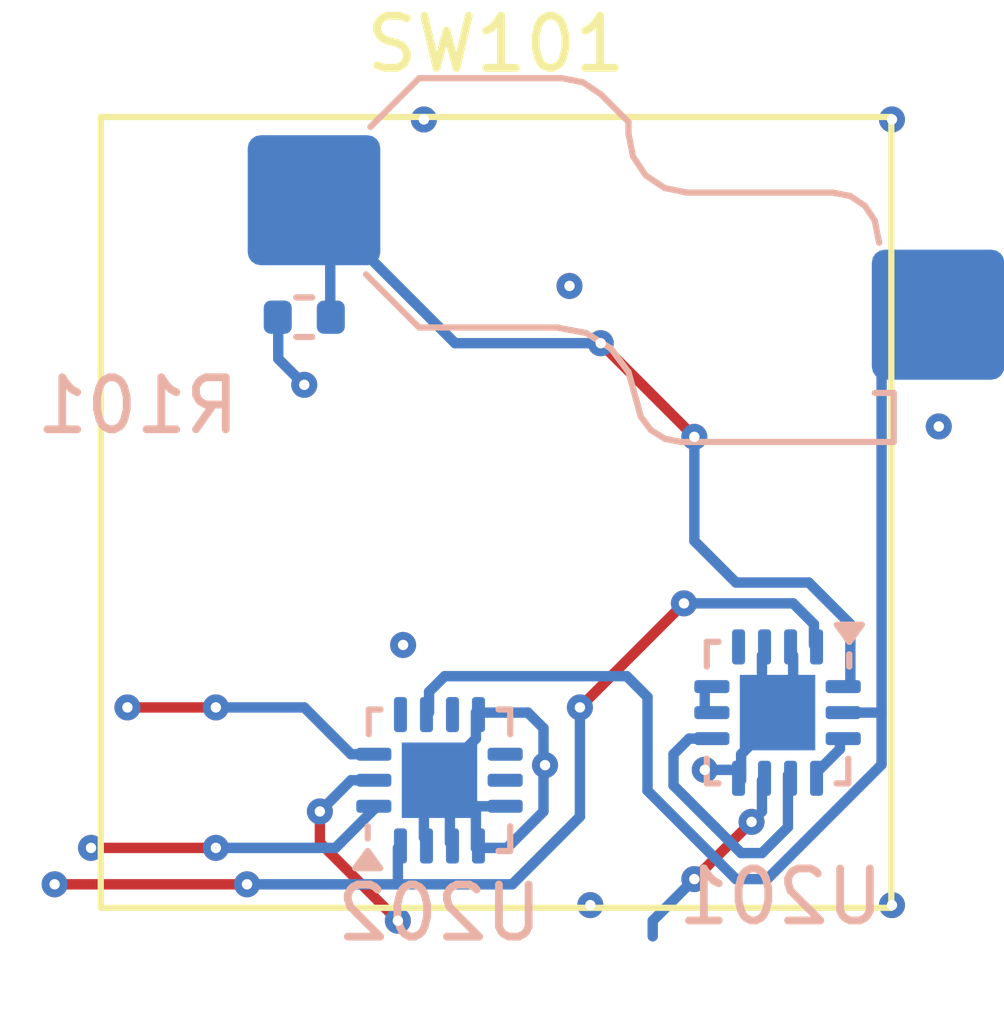
<source format=kicad_pcb>
(kicad_pcb (version 20240108) (generator "pcbnew") (generator_version "8.0")
  (layers (0 "F.Cu" signal) (31 "B.Cu" signal) (34 "B.Paste" user) (35 "F.Paste" user) (36 "B.SilkS" user "B.Silkscreen") (37 "F.SilkS" user "F.Silkscreen") (38 "B.Mask" user) (39 "F.Mask" user) (44 "Edge.Cuts" user))
  (net 0 "")
  (net 1 "/GND")
  (net 2 "/Out")
  (net 3 "/Reset")
  (net 4 "/CLK")
  (net 5 "/SelectorDaisy/In")
  (net 6 "/Select")
  (net 7 "/Select+")
  (net 8 "/~{Init}")
  (net 9 "/Out+")
  (net 10 "Net-(U201-Pad3)")
  (net 11 "Net-(U201-Pad5)")
  (net 13 "/Vcc")
  (footprint "PCM_Switch_Keyboard_Hotswap_Kailh:SW_Hotswap_Kailh_Choc_V1V2_1.00u" (layer "F.Cu") (at 141.7875 91.652)
    (property "Reference" "SW101" (at 0 -9 0) (layer "F.SilkS"))
    (property "Value" "SW_Push")
    (fp_line (start -2.416 -7.409) (end -1.479 -8.346) (stroke (width 0.12)) (layer "B.SilkS"))
    (fp_line (start -1.479 -8.346) (end 1.268 -8.346) (stroke (width 0.12)) (layer "B.SilkS"))
    (fp_line (start -1.479 -3.554) (end -2.5 -4.575) (stroke (width 0.12)) (layer "B.SilkS"))
    (fp_line (start 1.168 -3.554) (end -1.479 -3.554) (stroke (width 0.12)) (layer "B.SilkS"))
    (fp_line (start 1.268 -8.346) (end 1.671 -8.266) (stroke (width 0.12)) (layer "B.SilkS"))
    (fp_line (start 1.671 -8.266) (end 2.013 -8.037) (stroke (width 0.12)) (layer "B.SilkS"))
    (fp_line (start 1.73 -3.449) (end 1.168 -3.554) (stroke (width 0.12)) (layer "B.SilkS"))
    (fp_line (start 2.013 -8.037) (end 2.546 -7.504) (stroke (width 0.12)) (layer "B.SilkS"))
    (fp_line (start 2.209 -3.15) (end 1.73 -3.449) (stroke (width 0.12)) (layer "B.SilkS"))
    (fp_line (start 2.546 -7.504) (end 2.546 -7.282) (stroke (width 0.12)) (layer "B.SilkS"))
    (fp_line (start 2.546 -7.282) (end 2.633 -6.844) (stroke (width 0.12)) (layer "B.SilkS"))
    (fp_line (start 2.547 -2.697) (end 2.209 -3.15) (stroke (width 0.12)) (layer "B.SilkS"))
    (fp_line (start 2.633 -6.844) (end 2.877 -6.477) (stroke (width 0.12)) (layer "B.SilkS"))
    (fp_line (start 2.701 -2.139) (end 2.547 -2.697) (stroke (width 0.12)) (layer "B.SilkS"))
    (fp_line (start 2.783 -1.841) (end 2.701 -2.139) (stroke (width 0.12)) (layer "B.SilkS"))
    (fp_line (start 2.877 -6.477) (end 3.244 -6.233) (stroke (width 0.12)) (layer "B.SilkS"))
    (fp_line (start 2.976 -1.583) (end 2.783 -1.841) (stroke (width 0.12)) (layer "B.SilkS"))
    (fp_line (start 3.244 -6.233) (end 3.682 -6.146) (stroke (width 0.12)) (layer "B.SilkS"))
    (fp_line (start 3.25 -1.413) (end 2.976 -1.583) (stroke (width 0.12)) (layer "B.SilkS"))
    (fp_line (start 3.56 -1.354) (end 3.25 -1.413) (stroke (width 0.12)) (layer "B.SilkS"))
    (fp_line (start 3.682 -6.146) (end 6.482 -6.146) (stroke (width 0.12)) (layer "B.SilkS"))
    (fp_line (start 6.482 -6.146) (end 6.809 -6.081) (stroke (width 0.12)) (layer "B.SilkS"))
    (fp_line (start 6.809 -6.081) (end 7.092 -5.892) (stroke (width 0.12)) (layer "B.SilkS"))
    (fp_line (start 7.092 -5.892) (end 7.281 -5.609) (stroke (width 0.12)) (layer "B.SilkS"))
    (fp_line (start 7.281 -5.609) (end 7.366 -5.182) (stroke (width 0.12)) (layer "B.SilkS"))
    (fp_line (start 7.283 -2.296) (end 7.646 -2.296) (stroke (width 0.12)) (layer "B.SilkS"))
    (fp_line (start 7.646 -2.296) (end 7.646 -1.354) (stroke (width 0.12)) (layer "B.SilkS"))
    (fp_line (start 7.646 -1.354) (end 3.56 -1.354) (stroke (width 0.12)) (layer "B.SilkS"))
    (fp_line (start -7.6 -7.6) (end -7.6 7.6) (stroke (width 0.12)) (layer "F.SilkS"))
    (fp_line (start -7.6 7.6) (end 7.6 7.6) (stroke (width 0.12)) (layer "F.SilkS"))
    (fp_line (start 7.6 -7.6) (end -7.6 -7.6) (stroke (width 0.12)) (layer "F.SilkS"))
    (fp_line (start 7.6 7.6) (end 7.6 -7.6) (stroke (width 0.12)) (layer "F.SilkS"))
    (pad "" np_thru_hole circle (at -5.5 0) (size 1.9 1.9) (drill 1.9) (layers "*.Cu" "*.Mask"))
    (pad "" np_thru_hole circle (at -5 5.15) (size 1.6 1.6) (drill 1.6) (layers "*.Cu" "*.Mask"))
    (pad "" np_thru_hole circle (at 0 -5.9) (size 3.05 3.05) (drill 3.05) (layers "*.Cu" "*.Mask"))
    (pad "" np_thru_hole circle (at 0 0) (size 5.05 5.05) (drill 5.05) (layers "*.Cu" "*.Mask"))
    (pad "" np_thru_hole circle (at 5 -3.8) (size 3.05 3.05) (drill 3.05) (layers "*.Cu" "*.Mask"))
    (pad "" np_thru_hole circle (at 5.5 0) (size 1.9 1.9) (drill 1.9) (layers "*.Cu" "*.Mask"))
    (pad "1" smd roundrect (at -3.5 -6) (size 2.55 2.5) (layers "B.Cu" "B.Paste" "B.Mask") (roundrect_rratio 0.1) (net 5 "/SelectorDaisy/In"))
    (pad "2" smd roundrect (at 8.5 -3.8) (size 2.55 2.5) (layers "B.Cu" "B.Paste" "B.Mask") (roundrect_rratio 0.1) (net 7 "/Select+"))
  )
  (footprint "Package_DFN_QFN:WQFN-14-1EP_2.5x2.5mm_P0.5mm_EP1.45x1.45mm" (layer "B.Cu") (at 140.7 96.8)
    (property "Reference" "U202" (at 0 2.55 0) (layer "B.SilkS") (effects (justify mirror)))
    (property "Value" "74HC74")
    (fp_line (start -1.38 1.12) (end -1.38 0.885) (stroke (width 0.12)) (layer "B.SilkS"))
    (fp_line (start -1.36 -1.36) (end -1.135 -1.36) (stroke (width 0.12)) (layer "B.SilkS"))
    (fp_line (start -1.36 -0.885) (end -1.36 -1.36) (stroke (width 0.12)) (layer "B.SilkS"))
    (fp_line (start 1.36 -1.36) (end 1.135 -1.36) (stroke (width 0.12)) (layer "B.SilkS"))
    (fp_line (start 1.36 -0.885) (end 1.36 -1.36) (stroke (width 0.12)) (layer "B.SilkS"))
    (fp_line (start 1.36 0.885) (end 1.36 1.36) (stroke (width 0.12)) (layer "B.SilkS"))
    (fp_line (start 1.36 1.36) (end 1.135 1.36) (stroke (width 0.12)) (layer "B.SilkS"))
    (fp_poly (pts (xy -1.38 1.36) (xy -1.62 1.69) (xy -1.14 1.69) (xy -1.38 1.36)) (stroke (width 0.12)) (fill solid) (layer "B.SilkS"))
    (pad "1" smd roundrect (at -1.2625 0.5) (size 0.675 0.25) (layers "B.Cu" "B.Paste" "B.Mask") (net 3 "/Reset"))
    (pad "2" smd roundrect (at -1.2625 0) (size 0.675 0.25) (layers "B.Cu" "B.Paste" "B.Mask") (net 6 "/Select"))
    (pad "3" smd roundrect (at -1.2625 -0.5) (size 0.675 0.25) (layers "B.Cu" "B.Paste" "B.Mask") (net 4 "/CLK"))
    (pad "4" smd roundrect (at -0.75 -1.2625) (size 0.25 0.675) (layers "B.Cu" "B.Paste" "B.Mask") (net 8 "/~{Init}"))
    (pad "5" smd roundrect (at -0.25 -1.2625) (size 0.25 0.675) (layers "B.Cu" "B.Paste" "B.Mask") (net 7 "/Select+"))
    (pad "6" smd roundrect (at 0.25 -1.2625) (size 0.25 0.675) (layers "B.Cu" "B.Paste" "B.Mask"))
    (pad "7" smd roundrect (at 0.75 -1.2625) (size 0.25 0.675) (layers "B.Cu" "B.Paste" "B.Mask") (net 1 "/GND"))
    (pad "8" smd roundrect (at 1.2625 -0.5) (size 0.675 0.25) (layers "B.Cu" "B.Paste" "B.Mask"))
    (pad "9" smd roundrect (at 1.2625 0) (size 0.675 0.25) (layers "B.Cu" "B.Paste" "B.Mask"))
    (pad "10" smd roundrect (at 1.2625 0.5) (size 0.675 0.25) (layers "B.Cu" "B.Paste" "B.Mask") (net 1 "/GND"))
    (pad "11" smd roundrect (at 0.75 1.2625) (size 0.25 0.675) (layers "B.Cu" "B.Paste" "B.Mask") (net 1 "/GND"))
    (pad "12" smd roundrect (at 0.25 1.2625) (size 0.25 0.675) (layers "B.Cu" "B.Paste" "B.Mask") (net 1 "/GND"))
    (pad "13" smd roundrect (at -0.25 1.2625) (size 0.25 0.675) (layers "B.Cu" "B.Paste" "B.Mask") (net 1 "/GND"))
    (pad "14" smd roundrect (at -0.75 1.2625) (size 0.25 0.675) (layers "B.Cu" "B.Paste" "B.Mask") (net 13 "/Vcc"))
    (pad "15" smd rect (at 0 0) (size 1.45 1.45) (property pad_prop_heatsink) (layers "B.Cu" "B.Mask") (net 1 "/GND"))
  )
  (footprint "Package_DFN_QFN:WQFN-14-1EP_2.5x2.5mm_P0.5mm_EP1.45x1.45mm" (layer "B.Cu") (at 147.2 95.5 180)
    (property "Reference" "U201" (at -0.06 -3.54 0) (layer "B.SilkS") (effects (justify mirror)))
    (property "Value" "74HC00")
    (fp_line (start 1.36 1.36) (end 1.135 1.36) (stroke (width 0.12)) (layer "B.SilkS"))
    (fp_line (start 1.36 0.885) (end 1.36 1.36) (stroke (width 0.12)) (layer "B.SilkS"))
    (fp_line (start 1.36 -0.885) (end 1.36 -1.36) (stroke (width 0.12)) (layer "B.SilkS"))
    (fp_line (start 1.36 -1.36) (end 1.135 -1.36) (stroke (width 0.12)) (layer "B.SilkS"))
    (fp_line (start -1.36 -0.885) (end -1.36 -1.36) (stroke (width 0.12)) (layer "B.SilkS"))
    (fp_line (start -1.36 -1.36) (end -1.135 -1.36) (stroke (width 0.12)) (layer "B.SilkS"))
    (fp_line (start -1.38 1.12) (end -1.38 0.885) (stroke (width 0.12)) (layer "B.SilkS"))
    (fp_poly (pts (xy -1.38 1.36) (xy -1.62 1.69) (xy -1.14 1.69) (xy -1.38 1.36)) (stroke (width 0.12)) (fill solid) (layer "B.SilkS"))
    (pad "1" smd roundrect (at -1.2625 0.5 180) (size 0.675 0.25) (layers "B.Cu" "B.Paste" "B.Mask") (net 5 "/SelectorDaisy/In"))
    (pad "2" smd roundrect (at -1.2625 0 180) (size 0.675 0.25) (layers "B.Cu" "B.Paste" "B.Mask") (net 7 "/Select+"))
    (pad "3" smd roundrect (at -1.2625 -0.5 180) (size 0.675 0.25) (layers "B.Cu" "B.Paste" "B.Mask") (net 10 "Net-(U201-Pad3)"))
    (pad "4" smd roundrect (at -0.75 -1.2625 180) (size 0.25 0.675) (layers "B.Cu" "B.Paste" "B.Mask") (net 10 "Net-(U201-Pad3)"))
    (pad "5" smd roundrect (at -0.25 -1.2625 180) (size 0.25 0.675) (layers "B.Cu" "B.Paste" "B.Mask") (net 11 "Net-(U201-Pad5)"))
    (pad "6" smd roundrect (at 0.25 -1.2625 180) (size 0.25 0.675) (layers "B.Cu" "B.Paste" "B.Mask") (net 2 "/Out"))
    (pad "7" smd roundrect (at 0.75 -1.2625 180) (size 0.25 0.675) (layers "B.Cu" "B.Paste" "B.Mask") (net 1 "/GND"))
    (pad "8" smd roundrect (at 1.2625 -0.5 180) (size 0.675 0.25) (layers "B.Cu" "B.Paste" "B.Mask") (net 11 "Net-(U201-Pad5)"))
    (pad "9" smd roundrect (at 1.2625 0 180) (size 0.675 0.25) (layers "B.Cu" "B.Paste" "B.Mask") (net 9 "/Out+"))
    (pad "10" smd roundrect (at 1.2625 0.5 180) (size 0.675 0.25) (layers "B.Cu" "B.Paste" "B.Mask") (net 9 "/Out+"))
    (pad "11" smd roundrect (at 0.75 1.2625 180) (size 0.25 0.675) (layers "B.Cu" "B.Paste" "B.Mask"))
    (pad "12" smd roundrect (at 0.25 1.2625 180) (size 0.25 0.675) (layers "B.Cu" "B.Paste" "B.Mask") (net 1 "/GND"))
    (pad "13" smd roundrect (at -0.25 1.2625 180) (size 0.25 0.675) (layers "B.Cu" "B.Paste" "B.Mask") (net 1 "/GND"))
    (pad "14" smd roundrect (at -0.75 1.2625 180) (size 0.25 0.675) (layers "B.Cu" "B.Paste" "B.Mask") (net 13 "/Vcc"))
    (pad "15" smd rect (at 0 0 180) (size 1.45 1.45) (property pad_prop_heatsink) (layers "B.Cu" "B.Mask") (net 1 "/GND"))
  )
  (footprint "Resistor_SMD:R_0402_1005Metric" (layer "B.Cu") (at 138.1 87.9 180)
    (property "Reference" "R101" (at 3.2 -1.7 0) (layer "B.SilkS") (effects (justify mirror)))
    (property "Value" "40k")
    (fp_line (start 0.153641 0.38) (end -0.153641 0.38) (stroke (width 0.12)) (layer "B.SilkS"))
    (fp_line (start 0.153641 -0.38) (end -0.153641 -0.38) (stroke (width 0.12)) (layer "B.SilkS"))
    (pad "1" smd roundrect (at -0.51 0 180) (size 0.54 0.64) (layers "B.Cu" "B.Paste" "B.Mask") (net 5 "/SelectorDaisy/In"))
    (pad "2" smd roundrect (at 0.51 0 180) (size 0.54 0.64) (layers "B.Cu" "B.Paste" "B.Mask") (net 1 "/GND"))
  )
  (gr_line (start 138.4 98) (end 139.9 99.5) (stroke (width 0.2)) (layer "F.Cu") (net 6))
  (gr_line (start 145.4 93.4) (end 143.4 95.4) (stroke (width 0.2)) (layer "F.Cu") (net 13))
  (gr_line (start 146.7 97.6) (end 145.6 98.7) (stroke (width 0.2)) (layer "F.Cu") (net 2))
  (gr_line (start 137 98.8) (end 133.3 98.8) (stroke (width 0.2)) (layer "F.Cu") (net 13))
  (gr_line (start 138.4 97.4) (end 138.4 98) (stroke (width 0.2)) (layer "F.Cu") (net 6))
  (gr_line (start 136.4 98.1) (end 134 98.1) (stroke (width 0.2)) (layer "F.Cu") (net 3))
  (gr_line (start 136.4 95.4) (end 134.7 95.4) (stroke (width 0.2)) (layer "F.Cu") (net 4))
  (gr_line (start 145.6 90.2) (end 143.8 88.4) (stroke (width 0.2)) (layer "F.Cu") (net 5))
  (gr_line (start 144.8 99.5) (end 144.8 99.8) (stroke (width 0.2)) (layer "B.Cu") (net 2))
  (gr_line (start 146.9 98.2) (end 146.5 98.2) (stroke (width 0.2)) (layer "B.Cu") (net 11))
  (gr_line (start 139 96.3) (end 138.1 95.4) (stroke (width 0.2)) (layer "B.Cu") (net 4))
  (gr_line (start 149.2 96.5) (end 149.2 88.4) (stroke (width 0.2)) (layer "B.Cu") (net 7))
  (gr_line (start 139.4 96.8) (end 139 96.8) (stroke (width 0.2)) (layer "B.Cu") (net 6))
  (gr_line (start 145.6 92.2) (end 145.6 90.2) (stroke (width 0.2)) (layer "B.Cu") (net 5))
  (gr_line (start 144.7 97) (end 144.7 95.2) (stroke (width 0.2)) (layer "B.Cu") (net 7))
  (gr_line (start 139 96.8) (end 138.4 97.4) (stroke (width 0.2)) (layer "B.Cu") (net 6))
  (gr_line (start 142.1 98.8) (end 143.4 97.5) (stroke (width 0.2)) (layer "B.Cu") (net 13))
  (gr_line (start 145.5 96) (end 145.7 96) (stroke (width 0.2)) (layer "B.Cu") (net 11))
  (gr_line (start 145.2 96.9) (end 145.2 96.3) (stroke (width 0.2)) (layer "B.Cu") (net 11))
  (gr_line (start 145.6 97.9) (end 146.4 98.7) (stroke (width 0.2)) (layer "B.Cu") (net 7))
  (gr_line (start 145.8 96.6) (end 146.5 96.6) (stroke (width 0.2)) (layer "B.Cu") (net 1))
  (gr_line (start 139.5 97.3) (end 138.7 98.1) (stroke (width 0.2)) (layer "B.Cu") (net 3))
  (gr_line (start 138.7 98.1) (end 136.4 98.1) (stroke (width 0.2)) (layer "B.Cu") (net 3))
  (gr_line (start 141.4 96) (end 141.4 95.5) (stroke (width 0.2)) (layer "B.Cu") (net 1))
  (gr_line (start 145.2 96.3) (end 145.5 96) (stroke (width 0.2)) (layer "B.Cu") (net 11))
  (gr_line (start 146.5 98.2) (end 146 97.7) (stroke (width 0.2)) (layer "B.Cu") (net 11))
  (gr_line (start 145.6 97.9) (end 144.7 97) (stroke (width 0.2)) (layer "B.Cu") (net 7))
  (gr_line (start 137.6 88) (end 137.6 88.7) (stroke (width 0.2)) (layer "B.Cu") (net 1))
  (gr_line (start 147.8 93) (end 146.4 93) (stroke (width 0.2)) (layer "B.Cu") (net 5))
  (gr_line (start 140.5 95.1) (end 140.8 94.8) (stroke (width 0.2)) (layer "B.Cu") (net 7))
  (gr_line (start 146.4 98.7) (end 147 98.7) (stroke (width 0.2)) (layer "B.Cu") (net 7))
  (gr_line (start 147.4 97.7) (end 146.9 98.2) (stroke (width 0.2)) (layer "B.Cu") (net 11))
  (gr_line (start 146.5 96.3) (end 146.5 96.8) (stroke (width 0.2)) (layer "B.Cu") (net 1))
  (gr_line (start 148.4 96) (end 148.4 96.2) (stroke (width 0.2)) (layer "B.Cu") (net 10))
  (gr_line (start 146.9 94.4) (end 146.9 94.9) (stroke (width 0.2)) (layer "B.Cu") (net 1))
  (gr_line (start 146.9 97.4) (end 146.7 97.6) (stroke (width 0.2)) (layer "B.Cu") (net 2))
  (gr_line (start 137.6 88.7) (end 138.1 89.2) (stroke (width 0.2)) (layer "B.Cu") (net 1))
  (gr_line (start 147.5 93.4) (end 145.4 93.4) (stroke (width 0.2)) (layer "B.Cu") (net 13))
  (gr_line (start 138.1 95.4) (end 136.4 95.4) (stroke (width 0.2)) (layer "B.Cu") (net 4))
  (gr_line (start 140.9 98) (end 140.9 97.3) (stroke (width 0.2)) (layer "B.Cu") (net 1))
  (gr_line (start 146.9 96.8) (end 146.9 97.4) (stroke (width 0.2)) (layer "B.Cu") (net 2))
  (gr_line (start 137 98.8) (end 142.1 98.8) (stroke (width 0.2)) (layer "B.Cu") (net 13))
  (gr_line (start 145.6 98.7) (end 144.8 99.5) (stroke (width 0.2)) (layer "B.Cu") (net 2))
  (gr_line (start 146 97.7) (end 145.2 96.9) (stroke (width 0.2)) (layer "B.Cu") (net 11))
  (gr_line (start 141 88.4) (end 139.1 86.5) (stroke (width 0.2)) (layer "B.Cu") (net 5))
  (gr_line (start 146.7 96.1) (end 146.5 96.3) (stroke (width 0.2)) (layer "B.Cu") (net 1))
  (gr_line (start 144.7 95.2) (end 144.3 94.8) (stroke (width 0.2)) (layer "B.Cu") (net 7))
  (gr_line (start 147.4 96.7) (end 147.4 97.7) (stroke (width 0.2)) (layer "B.Cu") (net 11))
  (gr_line (start 142.7 96.5) (end 142.7 97.4) (stroke (width 0.2)) (layer "B.Cu") (net 1))
  (gr_line (start 142 98.1) (end 141.4 98.1) (stroke (width 0.2)) (layer "B.Cu") (net 1))
  (gr_line (start 142.4 95.5) (end 141.4 95.5) (stroke (width 0.2)) (layer "B.Cu") (net 1))
  (gr_line (start 141.2 96.2) (end 141.4 96) (stroke (width 0.2)) (layer "B.Cu") (net 1))
  (gr_line (start 142.7 96.5) (end 142.7 95.8) (stroke (width 0.2)) (layer "B.Cu") (net 1))
  (gr_line (start 148.4 96.2) (end 148 96.6) (stroke (width 0.2)) (layer "B.Cu") (net 10))
  (gr_line (start 139.9 98.1) (end 139.9 98.8) (stroke (width 0.2)) (layer "B.Cu") (net 13))
  (gr_line (start 148.6 93.8) (end 147.8 93) (stroke (width 0.2)) (layer "B.Cu") (net 5))
  (gr_line (start 143.4 95.4) (end 143.4 97.5) (stroke (width 0.2)) (layer "B.Cu") (net 13))
  (gr_line (start 145.8 95) (end 145.8 95.5) (stroke (width 0.2)) (layer "B.Cu") (net 9))
  (gr_line (start 141.8 97.3) (end 141.3 97.3) (stroke (width 0.2)) (layer "B.Cu") (net 1))
  (gr_line (start 140.5 95.5) (end 140.5 95.1) (stroke (width 0.2)) (layer "B.Cu") (net 7))
  (gr_line (start 147.5 94.4) (end 147.5 95) (stroke (width 0.2)) (layer "B.Cu") (net 1))
  (gr_line (start 147.9 94.2) (end 147.9 93.8) (stroke (width 0.2)) (layer "B.Cu") (net 13))
  (gr_line (start 142.7 97.4) (end 142 98.1) (stroke (width 0.2)) (layer "B.Cu") (net 1))
  (gr_line (start 139.4 96.3) (end 139 96.3) (stroke (width 0.2)) (layer "B.Cu") (net 4))
  (gr_line (start 142.7 95.8) (end 142.4 95.5) (stroke (width 0.2)) (layer "B.Cu") (net 1))
  (gr_line (start 143.8 88.4) (end 141 88.4) (stroke (width 0.2)) (layer "B.Cu") (net 5))
  (gr_line (start 146.4 93) (end 145.6 92.2) (stroke (width 0.2)) (layer "B.Cu") (net 5))
  (gr_line (start 140.4 97.9) (end 140.4 97.3) (stroke (width 0.2)) (layer "B.Cu") (net 1))
  (gr_line (start 147 98.7) (end 149.2 96.5) (stroke (width 0.2)) (layer "B.Cu") (net 7))
  (gr_line (start 148.7 95.5) (end 149.2 95.5) (stroke (width 0.2)) (layer "B.Cu") (net 7))
  (gr_line (start 141.4 98.1) (end 141.4 97.3) (stroke (width 0.2)) (layer "B.Cu") (net 1))
  (gr_line (start 147.9 93.8) (end 147.5 93.4) (stroke (width 0.2)) (layer "B.Cu") (net 13))
  (gr_line (start 148.6 95) (end 148.6 93.8) (stroke (width 0.2)) (layer "B.Cu") (net 5))
  (gr_line (start 140.8 94.8) (end 144.3 94.8) (stroke (width 0.2)) (layer "B.Cu") (net 7))
  (gr_line (start 138.6 87.9) (end 138.6 86.6) (stroke (width 0.2)) (layer "B.Cu") (net 5))
  (via (at 143.6 99.2) (size 0.5) (drill 0.2) (layers "F.Cu" "B.Cu") (net 1))
  (via (at 143.2 87.3) (size 0.5) (drill 0.2) (layers "F.Cu" "B.Cu") (net 1))
  (via (at 140 94.2) (size 0.5) (drill 0.2) (layers "F.Cu" "B.Cu") (net 1))
  (via (at 140.4 84.1) (size 0.5) (drill 0.2) (layers "F.Cu" "B.Cu") (net 1))
  (via (at 149.4 99.2) (size 0.5) (drill 0.2) (layers "F.Cu" "B.Cu") (net 1))
  (via (at 150.3 90) (size 0.5) (drill 0.2) (layers "F.Cu" "B.Cu") (net 1))
  (via (at 145.8 96.6) (size 0.5) (drill 0.2) (layers "F.Cu" "B.Cu") (net 1))
  (via (at 149.4 84.1) (size 0.5) (drill 0.2) (layers "F.Cu" "B.Cu") (net 1))
  (via (at 142.729332 96.509552) (size 0.5) (drill 0.2) (layers "F.Cu" "B.Cu") (net 1))
  (via (at 138.1 89.2) (size 0.5) (drill 0.2) (layers "F.Cu" "B.Cu") (net 1))
  (via (at 145.6 98.7) (size 0.5) (drill 0.2) (layers "F.Cu" "B.Cu") (net 2))
  (via (at 146.7 97.6) (size 0.5) (drill 0.2) (layers "F.Cu" "B.Cu") (net 2))
  (via (at 136.4 98.1) (size 0.5) (drill 0.2) (layers "F.Cu" "B.Cu") (net 3))
  (via (at 134 98.1) (size 0.5) (drill 0.2) (layers "F.Cu" "B.Cu") (net 3))
  (via (at 136.4 95.4) (size 0.5) (drill 0.2) (layers "F.Cu" "B.Cu") (net 4))
  (via (at 134.7 95.4) (size 0.5) (drill 0.2) (layers "F.Cu" "B.Cu") (net 4))
  (via (at 145.6 90.2) (size 0.5) (drill 0.2) (layers "F.Cu" "B.Cu") (net 5))
  (via (at 143.8 88.4) (size 0.5) (drill 0.2) (layers "F.Cu" "B.Cu") (net 5))
  (via (at 139.9 99.5) (size 0.5) (drill 0.2) (layers "F.Cu" "B.Cu") (net 6))
  (via (at 138.4 97.4) (size 0.5) (drill 0.2) (layers "F.Cu" "B.Cu") (net 6))
  (via (at 145.4 93.4) (size 0.5) (drill 0.2) (layers "F.Cu" "B.Cu") (net 13))
  (via (at 143.4 95.4) (size 0.5) (drill 0.2) (layers "F.Cu" "B.Cu") (net 13))
  (via (at 133.3 98.8) (size 0.5) (drill 0.2) (layers "F.Cu" "B.Cu") (net 13))
  (via (at 137 98.8) (size 0.5) (drill 0.2) (layers "F.Cu" "B.Cu") (net 13))
)
</source>
